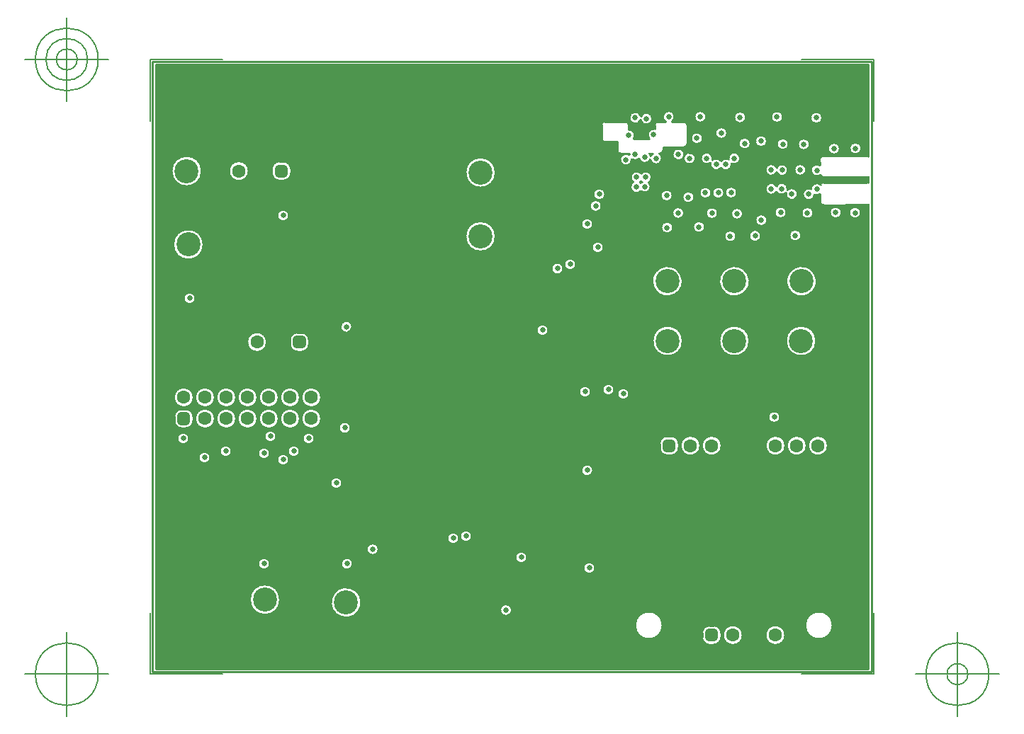
<source format=gbr>
G04 Generated by Ultiboard 14.0 *
%FSLAX24Y24*%
%MOIN*%

%ADD10C,0.0001*%
%ADD11C,0.0100*%
%ADD12C,0.0050*%
%ADD13C,0.1130*%
%ADD14C,0.0260*%
%ADD15C,0.0633*%
%ADD16R,0.0208X0.0208*%
%ADD17C,0.0392*%


G04 ColorRGB CCCCCC for the following layer *
%LNCopper Inner 2*%
%LPD*%
G54D10*
G36*
X59730Y26316D02*
X59730Y26316D01*
X59730Y4451D01*
X26211Y4451D01*
X26211Y32899D01*
X59730Y32899D01*
X59730Y28573D01*
G75*
D01*
G03X59629Y28611I-100J-112*
G01*
X59629Y28611D01*
X57580Y28601D01*
G75*
D01*
G03X57430Y28441I1J-151*
G01*
X57430Y28441D01*
X57445Y28169D01*
G75*
D01*
G03X57474Y27711I-144J-239*
G01*
G74*
D01*
G03X57585Y27603I146J39*
G01*
G75*
D01*
G03X57620Y27599I35J147*
G01*
X57620Y27599D01*
X59650Y27599D01*
G75*
D01*
G03X59697Y27607I-2J151*
G01*
G74*
D01*
G03X59730Y27622I45J143*
G01*
X59730Y27622D01*
X59730Y27344D01*
G74*
D01*
G03X59660Y27361I70J134*
G01*
X59660Y27361D01*
X57610Y27361D01*
G75*
D01*
G03X57469Y27263I0J-151*
G01*
G75*
D01*
G03X57021Y27061I-170J-221*
G01*
G75*
D01*
G03X57199Y26779I-100J-260*
G01*
G75*
D01*
G03X57459Y26810I101J260*
G01*
X57459Y26810D01*
X57459Y26440D01*
G75*
D01*
G03X57610Y26289I151J0*
G01*
X57611Y26289D01*
X57611Y26289D01*
X59661Y26299D01*
G74*
D01*
G03X59730Y26316I1J151*
G01*
D02*
G37*
%LPC*%
G36*
X54256Y5583D02*
G75*
D01*
G03X54256Y5583I97J457*
G01*
D02*
G37*
G36*
X57208Y23047D02*
G75*
D01*
G03X57208Y23047I-627J-343*
G01*
D02*
G37*
G36*
X54256Y24600D02*
G75*
D01*
G03X54256Y24600I144J240*
G01*
D02*
G37*
G36*
X54256Y14505D02*
G75*
D01*
G03X54256Y14505I103J455*
G01*
D02*
G37*
G36*
X35358Y9631D02*
G75*
D01*
G03X35358Y9631I-158J-231*
G01*
D02*
G37*
G36*
X35358Y8266D02*
G75*
D01*
G03X35358Y8266I-198J-687*
G01*
D02*
G37*
G36*
X46306Y13598D02*
G75*
D01*
G03X46306Y13598I194J202*
G01*
D02*
G37*
G36*
X35358Y18706D02*
G75*
D01*
G03X35358Y18706I-88J-266*
G01*
D02*
G37*
G36*
X35358Y20767D02*
G75*
D01*
G03X35358Y20767I-188J-207*
G01*
D02*
G37*
G36*
X35358Y22806D02*
G75*
D01*
G03X35358Y22806I-178J-216*
G01*
D02*
G37*
G36*
X35358Y15909D02*
G75*
D01*
G03X35358Y15909I-258J-109*
G01*
D02*
G37*
G36*
X50900Y23047D02*
G75*
D01*
G03X50900Y23047I-627J-343*
G01*
D02*
G37*
G36*
X54054Y23047D02*
G75*
D01*
G03X54054Y23047I-627J-343*
G01*
D02*
G37*
G36*
X45220Y23047D02*
G75*
D01*
G03X45220Y23047I-120J253*
G01*
D02*
G37*
G36*
X56750Y6500D02*
G75*
D01*
G03X56750Y6500I650J0*
G01*
D02*
G37*
G36*
X54886Y6040D02*
G75*
D01*
G03X54886Y6040I467J0*
G01*
D02*
G37*
G36*
X57000Y30400D02*
G75*
D01*
G03X57000Y30400I280J0*
G01*
D02*
G37*
G36*
X56010Y24860D02*
G75*
D01*
G03X56010Y24860I280J0*
G01*
D02*
G37*
G36*
X54410Y25580D02*
G75*
D01*
G03X54410Y25580I280J0*
G01*
D02*
G37*
G36*
X55320Y25940D02*
G75*
D01*
G03X55320Y25940I280J0*
G01*
D02*
G37*
G36*
X56580Y25920D02*
G75*
D01*
G03X56580Y25920I280J0*
G01*
D02*
G37*
G36*
X57910Y25940D02*
G75*
D01*
G03X57910Y25940I280J0*
G01*
D02*
G37*
G36*
X58820Y25930D02*
G75*
D01*
G03X58820Y25930I280J0*
G01*
D02*
G37*
G36*
X55923Y26999D02*
G75*
D01*
G03X55402Y27190I-271J68*
G01*
G75*
D01*
G03X55408Y26920I-241J-140*
G01*
G75*
D01*
G03X55857Y26871I242J138*
G01*
G75*
D01*
G03X55923Y26999I273J-60*
G01*
D02*
G37*
G36*
X55417Y28061D02*
G75*
D01*
G03X55413Y27829I-256J-112*
G01*
G75*
D01*
G03X55417Y28061I256J112*
G01*
D02*
G37*
G36*
X56240Y27950D02*
G75*
D01*
G03X56240Y27950I280J0*
G01*
D02*
G37*
G36*
X54400Y29300D02*
G75*
D01*
G03X54400Y29300I280J0*
G01*
D02*
G37*
G36*
X55420Y29160D02*
G75*
D01*
G03X55420Y29160I280J0*
G01*
D02*
G37*
G36*
X56410Y29150D02*
G75*
D01*
G03X56410Y29150I280J0*
G01*
D02*
G37*
G36*
X57830Y28950D02*
G75*
D01*
G03X57830Y28950I280J0*
G01*
D02*
G37*
G36*
X58840Y28960D02*
G75*
D01*
G03X58840Y28960I280J0*
G01*
D02*
G37*
G36*
X55150Y30440D02*
G75*
D01*
G03X55150Y30440I280J0*
G01*
D02*
G37*
G36*
X54892Y14960D02*
G75*
D01*
G03X54892Y14960I467J0*
G01*
D02*
G37*
G36*
X55892Y14960D02*
G75*
D01*
G03X55892Y14960I467J0*
G01*
D02*
G37*
G36*
X56892Y14960D02*
G75*
D01*
G03X56892Y14960I467J0*
G01*
D02*
G37*
G36*
X55020Y16310D02*
G75*
D01*
G03X55020Y16310I280J0*
G01*
D02*
G37*
G36*
X55848Y19895D02*
G75*
D01*
G03X55848Y19895I715J0*
G01*
D02*
G37*
G36*
X34420Y13200D02*
G75*
D01*
G03X34420Y13200I280J0*
G01*
D02*
G37*
G36*
X30628Y7709D02*
G75*
D01*
G03X30628Y7709I715J0*
G01*
D02*
G37*
G36*
X31020Y9400D02*
G75*
D01*
G03X31020Y9400I280J0*
G01*
D02*
G37*
G36*
X48750Y6500D02*
G75*
D01*
G03X48750Y6500I650J0*
G01*
D02*
G37*
G36*
X51901Y6144D02*
X51901Y6144D01*
X51901Y5936D01*
G75*
D01*
G03X52249Y5588I348J0*
G01*
X52249Y5588D01*
X52457Y5588D01*
G75*
D01*
G03X52804Y5936I-1J348*
G01*
X52804Y5936D01*
X52804Y6144D01*
G74*
D01*
G03X52457Y6492I347J1*
G01*
X52457Y6492D01*
X52249Y6492D01*
G75*
D01*
G03X51901Y6144I0J-348*
G01*
D02*
G37*
G36*
X52886Y6040D02*
G75*
D01*
G03X52886Y6040I467J0*
G01*
D02*
G37*
G36*
X46320Y9200D02*
G75*
D01*
G03X46320Y9200I280J0*
G01*
D02*
G37*
G36*
X40520Y10700D02*
G75*
D01*
G03X40520Y10700I280J0*
G01*
D02*
G37*
G36*
X42400Y7220D02*
G75*
D01*
G03X42400Y7220I280J0*
G01*
D02*
G37*
G36*
X43120Y9700D02*
G75*
D01*
G03X43120Y9700I280J0*
G01*
D02*
G37*
G36*
X36130Y10080D02*
G75*
D01*
G03X36130Y10080I280J0*
G01*
D02*
G37*
G36*
X39920Y10600D02*
G75*
D01*
G03X39920Y10600I280J0*
G01*
D02*
G37*
G36*
X28220Y14400D02*
G75*
D01*
G03X28220Y14400I280J0*
G01*
D02*
G37*
G36*
X31920Y14300D02*
G75*
D01*
G03X31920Y14300I280J0*
G01*
D02*
G37*
G36*
X29220Y14700D02*
G75*
D01*
G03X29220Y14700I280J0*
G01*
D02*
G37*
G36*
X31020Y14600D02*
G75*
D01*
G03X31020Y14600I280J0*
G01*
D02*
G37*
G36*
X32420Y14700D02*
G75*
D01*
G03X32420Y14700I280J0*
G01*
D02*
G37*
G36*
X27220Y15300D02*
G75*
D01*
G03X27220Y15300I280J0*
G01*
D02*
G37*
G36*
X31320Y15400D02*
G75*
D01*
G03X31320Y15400I280J0*
G01*
D02*
G37*
G36*
X33120Y15300D02*
G75*
D01*
G03X33120Y15300I280J0*
G01*
D02*
G37*
G36*
X27074Y16338D02*
X27074Y16338D01*
X27074Y16130D01*
G75*
D01*
G03X27421Y15783I347J0*
G01*
X27421Y15783D01*
X27629Y15783D01*
G75*
D01*
G03X27977Y16130I1J347*
G01*
X27977Y16130D01*
X27977Y16338D01*
G74*
D01*
G03X27629Y16686I348J0*
G01*
X27629Y16686D01*
X27421Y16686D01*
G75*
D01*
G03X27074Y16338I1J-348*
G01*
D02*
G37*
G36*
X28059Y16234D02*
G75*
D01*
G03X28059Y16234I466J0*
G01*
D02*
G37*
G36*
X29059Y16234D02*
G75*
D01*
G03X29059Y16234I466J0*
G01*
D02*
G37*
G36*
X30059Y16234D02*
G75*
D01*
G03X30059Y16234I466J0*
G01*
D02*
G37*
G36*
X31059Y16234D02*
G75*
D01*
G03X31059Y16234I466J0*
G01*
D02*
G37*
G36*
X32059Y16234D02*
G75*
D01*
G03X32059Y16234I466J0*
G01*
D02*
G37*
G36*
X33059Y16234D02*
G75*
D01*
G03X33059Y16234I466J0*
G01*
D02*
G37*
G36*
X27059Y17234D02*
G75*
D01*
G03X27059Y17234I466J0*
G01*
D02*
G37*
G36*
X28059Y17234D02*
G75*
D01*
G03X28059Y17234I466J0*
G01*
D02*
G37*
G36*
X29059Y17234D02*
G75*
D01*
G03X29059Y17234I466J0*
G01*
D02*
G37*
G36*
X30059Y17234D02*
G75*
D01*
G03X30059Y17234I466J0*
G01*
D02*
G37*
G36*
X31059Y17234D02*
G75*
D01*
G03X31059Y17234I466J0*
G01*
D02*
G37*
G36*
X32059Y17234D02*
G75*
D01*
G03X32059Y17234I466J0*
G01*
D02*
G37*
G36*
X33059Y17234D02*
G75*
D01*
G03X33059Y17234I466J0*
G01*
D02*
G37*
G36*
X30501Y19838D02*
G75*
D01*
G03X30501Y19838I467J0*
G01*
D02*
G37*
G36*
X33420Y19733D02*
X33420Y19733D01*
X33420Y19942D01*
G74*
D01*
G03X33072Y20289I348J1*
G01*
X33072Y20289D01*
X32864Y20289D01*
G75*
D01*
G03X32516Y19942I-1J-347*
G01*
X32516Y19942D01*
X32516Y19733D01*
G75*
D01*
G03X32864Y19386I348J1*
G01*
X32864Y19386D01*
X33072Y19386D01*
G75*
D01*
G03X33420Y19733I1J347*
G01*
D02*
G37*
G36*
X27520Y21900D02*
G75*
D01*
G03X27520Y21900I280J0*
G01*
D02*
G37*
G36*
X32567Y27790D02*
X32567Y27790D01*
X32567Y27998D01*
G74*
D01*
G03X32220Y28345I347J0*
G01*
X32220Y28345D01*
X32012Y28345D01*
G75*
D01*
G03X31664Y27998I-1J-347*
G01*
X31664Y27998D01*
X31664Y27790D01*
G75*
D01*
G03X32012Y27442I348J0*
G01*
X32012Y27442D01*
X32220Y27442D01*
G75*
D01*
G03X32567Y27790I-1J348*
G01*
D02*
G37*
G36*
X27027Y24435D02*
G75*
D01*
G03X27027Y24435I715J0*
G01*
D02*
G37*
G36*
X31920Y25800D02*
G75*
D01*
G03X31920Y25800I280J0*
G01*
D02*
G37*
G36*
X26947Y27891D02*
G75*
D01*
G03X26947Y27891I715J0*
G01*
D02*
G37*
G36*
X29649Y27894D02*
G75*
D01*
G03X29649Y27894I467J0*
G01*
D02*
G37*
G36*
X53410Y30420D02*
G75*
D01*
G03X53410Y30420I280J0*
G01*
D02*
G37*
G36*
X45420Y23500D02*
G75*
D01*
G03X45420Y23500I280J0*
G01*
D02*
G37*
G36*
X46720Y24300D02*
G75*
D01*
G03X46720Y24300I280J0*
G01*
D02*
G37*
G36*
X46220Y25400D02*
G75*
D01*
G03X46220Y25400I280J0*
G01*
D02*
G37*
G36*
X49980Y25230D02*
G75*
D01*
G03X49980Y25230I280J0*
G01*
D02*
G37*
G36*
X51480Y25260D02*
G75*
D01*
G03X51480Y25260I280J0*
G01*
D02*
G37*
G36*
X52950Y24820D02*
G75*
D01*
G03X52950Y24820I280J0*
G01*
D02*
G37*
G36*
X46620Y26250D02*
G75*
D01*
G03X46620Y26250I280J0*
G01*
D02*
G37*
G36*
X50500Y25920D02*
G75*
D01*
G03X50500Y25920I280J0*
G01*
D02*
G37*
G36*
X52090Y25910D02*
G75*
D01*
G03X52090Y25910I280J0*
G01*
D02*
G37*
G36*
X53270Y25880D02*
G75*
D01*
G03X53270Y25880I280J0*
G01*
D02*
G37*
G36*
X46790Y26800D02*
G75*
D01*
G03X46790Y26800I280J0*
G01*
D02*
G37*
G36*
X49960Y26740D02*
G75*
D01*
G03X49960Y26740I280J0*
G01*
D02*
G37*
G36*
X50980Y26660D02*
G75*
D01*
G03X50980Y26660I280J0*
G01*
D02*
G37*
G36*
X51780Y26870D02*
G75*
D01*
G03X51780Y26870I280J0*
G01*
D02*
G37*
G36*
X52390Y26870D02*
G75*
D01*
G03X52390Y26870I280J0*
G01*
D02*
G37*
G36*
X52990Y26880D02*
G75*
D01*
G03X52990Y26880I280J0*
G01*
D02*
G37*
G36*
X49401Y27364D02*
G75*
D01*
G03X49035Y27779I-151J236*
G01*
G75*
D01*
G03X48660Y27370I-209J-185*
G01*
G75*
D01*
G03X49025Y26949I161J-229*
G01*
G75*
D01*
G03X49401Y27364I188J207*
G01*
D02*
G37*
G36*
X49901Y28719D02*
X49901Y28719D01*
X49930Y28719D01*
G75*
D01*
G03X49986Y28730I-1J151*
G01*
G75*
D01*
G03X50081Y28875I-55J140*
G01*
X50081Y28875D01*
X50076Y29021D01*
X51061Y29029D01*
G75*
D01*
G03X51211Y29180I-1J151*
G01*
X51211Y29180D01*
X51211Y30060D01*
G74*
D01*
G03X51060Y30211I151J0*
G01*
X51060Y30211D01*
X50485Y30211D01*
G75*
D01*
G03X50195Y30211I-145J238*
G01*
X50195Y30211D01*
X49820Y30211D01*
G75*
D01*
G03X49669Y30060I0J-151*
G01*
X49669Y30060D01*
X49669Y29877D01*
G75*
D01*
G03X49407Y29431I-41J-276*
G01*
X49407Y29431D01*
X48697Y29431D01*
G75*
D01*
G03X48451Y29860I-235J150*
G01*
X48451Y29860D01*
X48451Y30080D01*
G74*
D01*
G03X48300Y30231I151J0*
G01*
X48300Y30231D01*
X47320Y30231D01*
G75*
D01*
G03X47169Y30080I0J-151*
G01*
X47169Y30080D01*
X47169Y29420D01*
G75*
D01*
G03X47320Y29269I151J0*
G01*
X47320Y29269D01*
X47917Y29269D01*
X47909Y28873D01*
G75*
D01*
G03X47998Y28732I151J-3*
G01*
G75*
D01*
G03X48060Y28719I61J138*
G01*
X48060Y28719D01*
X48473Y28719D01*
G75*
D01*
G03X48470Y28666I276J-42*
G01*
G75*
D01*
G03X48600Y28444I-149J-236*
G01*
G75*
D01*
G03X48940Y28475I150J235*
G01*
G75*
D01*
G03X49465Y28435I270J75*
G01*
G75*
D01*
G03X49901Y28719I274J55*
G01*
D02*
G37*
G36*
X49032Y30468D02*
G75*
D01*
G03X49018Y30292I-272J-67*
G01*
G75*
D01*
G03X49032Y30468I272J67*
G01*
D02*
G37*
G36*
X51058Y28588D02*
G75*
D01*
G03X51052Y28572I-265J90*
G01*
G75*
D01*
G03X51058Y28588I265J-90*
G01*
D02*
G37*
G36*
X53143Y28452D02*
G75*
D01*
G03X52799Y28372I-123J-252*
G01*
G75*
D01*
G03X52393Y28427I-229J-162*
G01*
G75*
D01*
G03X52297Y28273I-273J63*
G01*
G75*
D01*
G03X52791Y28038I273J-63*
G01*
G75*
D01*
G03X53297Y28238I229J162*
G01*
G75*
D01*
G03X53143Y28452I124J251*
G01*
D02*
G37*
G36*
X53630Y29190D02*
G75*
D01*
G03X53630Y29190I280J0*
G01*
D02*
G37*
G36*
X51380Y29440D02*
G75*
D01*
G03X51380Y29440I280J0*
G01*
D02*
G37*
G36*
X52530Y29680D02*
G75*
D01*
G03X52530Y29680I280J0*
G01*
D02*
G37*
G36*
X51540Y30450D02*
G75*
D01*
G03X51540Y30450I280J0*
G01*
D02*
G37*
G36*
X49907Y15064D02*
X49907Y15064D01*
X49907Y14856D01*
G75*
D01*
G03X50255Y14508I348J0*
G01*
X50255Y14508D01*
X50463Y14508D01*
G75*
D01*
G03X50811Y14856I0J348*
G01*
X50811Y14856D01*
X50811Y15064D01*
G74*
D01*
G03X50463Y15412I348J0*
G01*
X50463Y15412D01*
X50255Y15412D01*
G75*
D01*
G03X49907Y15064I0J-348*
G01*
D02*
G37*
G36*
X50892Y14960D02*
G75*
D01*
G03X50892Y14960I467J0*
G01*
D02*
G37*
G36*
X51892Y14960D02*
G75*
D01*
G03X51892Y14960I467J0*
G01*
D02*
G37*
G36*
X46120Y17500D02*
G75*
D01*
G03X46120Y17500I280J0*
G01*
D02*
G37*
G36*
X47220Y17600D02*
G75*
D01*
G03X47220Y17600I280J0*
G01*
D02*
G37*
G36*
X47920Y17400D02*
G75*
D01*
G03X47920Y17400I280J0*
G01*
D02*
G37*
G36*
X49570Y19895D02*
G75*
D01*
G03X49570Y19895I715J0*
G01*
D02*
G37*
G36*
X52709Y19895D02*
G75*
D01*
G03X52709Y19895I715J0*
G01*
D02*
G37*
G36*
X40771Y27825D02*
G75*
D01*
G03X40771Y27825I715J0*
G01*
D02*
G37*
G36*
X40768Y24818D02*
G75*
D01*
G03X40768Y24818I715J0*
G01*
D02*
G37*
G36*
X44120Y20400D02*
G75*
D01*
G03X44120Y20400I280J0*
G01*
D02*
G37*
%LPD*%
G36*
X49579Y28719D02*
X49579Y28719D01*
X49433Y28719D01*
G74*
D01*
G02X49485Y28605I221J170*
G01*
G74*
D01*
G02X49579Y28719I255J114*
G01*
D02*
G37*
G36*
X49069Y27386D02*
G74*
D01*
G02X49035Y27421I183J212*
G01*
G74*
D01*
G02X48980Y27370I215J177*
G01*
G74*
D01*
G02X49015Y27341I161J229*
G01*
G74*
D01*
G02X49069Y27386I205J191*
G01*
D02*
G37*
G54D11*
X49069Y27386D02*
G74*
D01*
G02X49035Y27421I183J212*
G01*
G74*
D01*
G02X48980Y27370I215J177*
G01*
G74*
D01*
G02X49015Y27341I161J229*
G01*
G74*
D01*
G02X49069Y27386I205J191*
G01*
X49579Y28719D02*
X49433Y28719D01*
G74*
D01*
G02X49485Y28605I221J170*
G01*
G74*
D01*
G02X49579Y28719I255J114*
G01*
X54256Y5583D02*
G75*
D01*
G03X54256Y5583I97J457*
G01*
X57208Y23047D02*
G75*
D01*
G03X57208Y23047I-627J-343*
G01*
X54256Y24600D02*
G75*
D01*
G03X54256Y24600I144J240*
G01*
X54256Y14505D02*
G75*
D01*
G03X54256Y14505I103J455*
G01*
X35358Y9631D02*
G75*
D01*
G03X35358Y9631I-158J-231*
G01*
X35358Y8266D02*
G75*
D01*
G03X35358Y8266I-198J-687*
G01*
X46306Y13598D02*
G75*
D01*
G03X46306Y13598I194J202*
G01*
X35358Y18706D02*
G75*
D01*
G03X35358Y18706I-88J-266*
G01*
X35358Y20767D02*
G75*
D01*
G03X35358Y20767I-188J-207*
G01*
X35358Y22806D02*
G75*
D01*
G03X35358Y22806I-178J-216*
G01*
X35358Y15909D02*
G75*
D01*
G03X35358Y15909I-258J-109*
G01*
X50900Y23047D02*
G75*
D01*
G03X50900Y23047I-627J-343*
G01*
X54054Y23047D02*
G75*
D01*
G03X54054Y23047I-627J-343*
G01*
X45220Y23047D02*
G75*
D01*
G03X45220Y23047I-120J253*
G01*
X56750Y6500D02*
G75*
D01*
G03X56750Y6500I650J0*
G01*
X54886Y6040D02*
G75*
D01*
G03X54886Y6040I467J0*
G01*
X57000Y30400D02*
G75*
D01*
G03X57000Y30400I280J0*
G01*
X56010Y24860D02*
G75*
D01*
G03X56010Y24860I280J0*
G01*
X54410Y25580D02*
G75*
D01*
G03X54410Y25580I280J0*
G01*
X55320Y25940D02*
G75*
D01*
G03X55320Y25940I280J0*
G01*
X56580Y25920D02*
G75*
D01*
G03X56580Y25920I280J0*
G01*
X57910Y25940D02*
G75*
D01*
G03X57910Y25940I280J0*
G01*
X58820Y25930D02*
G75*
D01*
G03X58820Y25930I280J0*
G01*
X55923Y26999D02*
G75*
D01*
G03X55402Y27190I-271J68*
G01*
G75*
D01*
G03X55408Y26920I-241J-140*
G01*
G75*
D01*
G03X55857Y26871I242J138*
G01*
G75*
D01*
G03X55923Y26999I273J-60*
G01*
X55417Y28061D02*
G75*
D01*
G03X55413Y27829I-256J-112*
G01*
G75*
D01*
G03X55417Y28061I256J112*
G01*
X56240Y27950D02*
G75*
D01*
G03X56240Y27950I280J0*
G01*
X54400Y29300D02*
G75*
D01*
G03X54400Y29300I280J0*
G01*
X55420Y29160D02*
G75*
D01*
G03X55420Y29160I280J0*
G01*
X56410Y29150D02*
G75*
D01*
G03X56410Y29150I280J0*
G01*
X57830Y28950D02*
G75*
D01*
G03X57830Y28950I280J0*
G01*
X58840Y28960D02*
G75*
D01*
G03X58840Y28960I280J0*
G01*
X55150Y30440D02*
G75*
D01*
G03X55150Y30440I280J0*
G01*
X54892Y14960D02*
G75*
D01*
G03X54892Y14960I467J0*
G01*
X55892Y14960D02*
G75*
D01*
G03X55892Y14960I467J0*
G01*
X56892Y14960D02*
G75*
D01*
G03X56892Y14960I467J0*
G01*
X55020Y16310D02*
G75*
D01*
G03X55020Y16310I280J0*
G01*
X55848Y19895D02*
G75*
D01*
G03X55848Y19895I715J0*
G01*
X34420Y13200D02*
G75*
D01*
G03X34420Y13200I280J0*
G01*
X30628Y7709D02*
G75*
D01*
G03X30628Y7709I715J0*
G01*
X31020Y9400D02*
G75*
D01*
G03X31020Y9400I280J0*
G01*
X48750Y6500D02*
G75*
D01*
G03X48750Y6500I650J0*
G01*
X51901Y6144D02*
X51901Y5936D01*
G75*
D01*
G03X52249Y5588I348J0*
G01*
X52457Y5588D01*
G75*
D01*
G03X52804Y5936I-1J348*
G01*
X52804Y6144D01*
G74*
D01*
G03X52457Y6492I347J1*
G01*
X52249Y6492D01*
G75*
D01*
G03X51901Y6144I0J-348*
G01*
X52886Y6040D02*
G75*
D01*
G03X52886Y6040I467J0*
G01*
X46320Y9200D02*
G75*
D01*
G03X46320Y9200I280J0*
G01*
X40520Y10700D02*
G75*
D01*
G03X40520Y10700I280J0*
G01*
X42400Y7220D02*
G75*
D01*
G03X42400Y7220I280J0*
G01*
X43120Y9700D02*
G75*
D01*
G03X43120Y9700I280J0*
G01*
X36130Y10080D02*
G75*
D01*
G03X36130Y10080I280J0*
G01*
X39920Y10600D02*
G75*
D01*
G03X39920Y10600I280J0*
G01*
X28220Y14400D02*
G75*
D01*
G03X28220Y14400I280J0*
G01*
X31920Y14300D02*
G75*
D01*
G03X31920Y14300I280J0*
G01*
X29220Y14700D02*
G75*
D01*
G03X29220Y14700I280J0*
G01*
X31020Y14600D02*
G75*
D01*
G03X31020Y14600I280J0*
G01*
X32420Y14700D02*
G75*
D01*
G03X32420Y14700I280J0*
G01*
X27220Y15300D02*
G75*
D01*
G03X27220Y15300I280J0*
G01*
X31320Y15400D02*
G75*
D01*
G03X31320Y15400I280J0*
G01*
X33120Y15300D02*
G75*
D01*
G03X33120Y15300I280J0*
G01*
X27074Y16338D02*
X27074Y16130D01*
G75*
D01*
G03X27421Y15783I347J0*
G01*
X27629Y15783D01*
G75*
D01*
G03X27977Y16130I1J347*
G01*
X27977Y16338D01*
G74*
D01*
G03X27629Y16686I348J0*
G01*
X27421Y16686D01*
G75*
D01*
G03X27074Y16338I1J-348*
G01*
X28059Y16234D02*
G75*
D01*
G03X28059Y16234I466J0*
G01*
X29059Y16234D02*
G75*
D01*
G03X29059Y16234I466J0*
G01*
X30059Y16234D02*
G75*
D01*
G03X30059Y16234I466J0*
G01*
X31059Y16234D02*
G75*
D01*
G03X31059Y16234I466J0*
G01*
X32059Y16234D02*
G75*
D01*
G03X32059Y16234I466J0*
G01*
X33059Y16234D02*
G75*
D01*
G03X33059Y16234I466J0*
G01*
X27059Y17234D02*
G75*
D01*
G03X27059Y17234I466J0*
G01*
X28059Y17234D02*
G75*
D01*
G03X28059Y17234I466J0*
G01*
X29059Y17234D02*
G75*
D01*
G03X29059Y17234I466J0*
G01*
X30059Y17234D02*
G75*
D01*
G03X30059Y17234I466J0*
G01*
X31059Y17234D02*
G75*
D01*
G03X31059Y17234I466J0*
G01*
X32059Y17234D02*
G75*
D01*
G03X32059Y17234I466J0*
G01*
X33059Y17234D02*
G75*
D01*
G03X33059Y17234I466J0*
G01*
X30501Y19838D02*
G75*
D01*
G03X30501Y19838I467J0*
G01*
X33420Y19733D02*
X33420Y19942D01*
G74*
D01*
G03X33072Y20289I348J1*
G01*
X32864Y20289D01*
G75*
D01*
G03X32516Y19942I-1J-347*
G01*
X32516Y19733D01*
G75*
D01*
G03X32864Y19386I348J1*
G01*
X33072Y19386D01*
G75*
D01*
G03X33420Y19733I1J347*
G01*
X27520Y21900D02*
G75*
D01*
G03X27520Y21900I280J0*
G01*
X32567Y27790D02*
X32567Y27998D01*
G74*
D01*
G03X32220Y28345I347J0*
G01*
X32012Y28345D01*
G75*
D01*
G03X31664Y27998I-1J-347*
G01*
X31664Y27790D01*
G75*
D01*
G03X32012Y27442I348J0*
G01*
X32220Y27442D01*
G75*
D01*
G03X32567Y27790I-1J348*
G01*
X27027Y24435D02*
G75*
D01*
G03X27027Y24435I715J0*
G01*
X31920Y25800D02*
G75*
D01*
G03X31920Y25800I280J0*
G01*
X26947Y27891D02*
G75*
D01*
G03X26947Y27891I715J0*
G01*
X29649Y27894D02*
G75*
D01*
G03X29649Y27894I467J0*
G01*
X53410Y30420D02*
G75*
D01*
G03X53410Y30420I280J0*
G01*
X45420Y23500D02*
G75*
D01*
G03X45420Y23500I280J0*
G01*
X46720Y24300D02*
G75*
D01*
G03X46720Y24300I280J0*
G01*
X46220Y25400D02*
G75*
D01*
G03X46220Y25400I280J0*
G01*
X49980Y25230D02*
G75*
D01*
G03X49980Y25230I280J0*
G01*
X51480Y25260D02*
G75*
D01*
G03X51480Y25260I280J0*
G01*
X52950Y24820D02*
G75*
D01*
G03X52950Y24820I280J0*
G01*
X46620Y26250D02*
G75*
D01*
G03X46620Y26250I280J0*
G01*
X50500Y25920D02*
G75*
D01*
G03X50500Y25920I280J0*
G01*
X52090Y25910D02*
G75*
D01*
G03X52090Y25910I280J0*
G01*
X53270Y25880D02*
G75*
D01*
G03X53270Y25880I280J0*
G01*
X46790Y26800D02*
G75*
D01*
G03X46790Y26800I280J0*
G01*
X49960Y26740D02*
G75*
D01*
G03X49960Y26740I280J0*
G01*
X50980Y26660D02*
G75*
D01*
G03X50980Y26660I280J0*
G01*
X51780Y26870D02*
G75*
D01*
G03X51780Y26870I280J0*
G01*
X52390Y26870D02*
G75*
D01*
G03X52390Y26870I280J0*
G01*
X52990Y26880D02*
G75*
D01*
G03X52990Y26880I280J0*
G01*
X49401Y27364D02*
G75*
D01*
G03X49035Y27779I-151J236*
G01*
G75*
D01*
G03X48660Y27370I-209J-185*
G01*
G75*
D01*
G03X49025Y26949I161J-229*
G01*
G75*
D01*
G03X49401Y27364I188J207*
G01*
X49901Y28719D02*
X49930Y28719D01*
G75*
D01*
G03X49986Y28730I-1J151*
G01*
G75*
D01*
G03X50081Y28875I-55J140*
G01*
X50076Y29021D01*
X51061Y29029D01*
G75*
D01*
G03X51211Y29180I-1J151*
G01*
X51211Y30060D01*
G74*
D01*
G03X51060Y30211I151J0*
G01*
X50485Y30211D01*
G75*
D01*
G03X50195Y30211I-145J238*
G01*
X49820Y30211D01*
G75*
D01*
G03X49669Y30060I0J-151*
G01*
X49669Y29877D01*
G75*
D01*
G03X49407Y29431I-41J-276*
G01*
X48697Y29431D01*
G75*
D01*
G03X48451Y29860I-235J150*
G01*
X48451Y30080D01*
G74*
D01*
G03X48300Y30231I151J0*
G01*
X47320Y30231D01*
G75*
D01*
G03X47169Y30080I0J-151*
G01*
X47169Y29420D01*
G75*
D01*
G03X47320Y29269I151J0*
G01*
X47917Y29269D01*
X47909Y28873D01*
G75*
D01*
G03X47998Y28732I151J-3*
G01*
G75*
D01*
G03X48060Y28719I61J138*
G01*
X48473Y28719D01*
G75*
D01*
G03X48470Y28666I276J-42*
G01*
G75*
D01*
G03X48600Y28444I-149J-236*
G01*
G75*
D01*
G03X48940Y28475I150J235*
G01*
G75*
D01*
G03X49465Y28435I270J75*
G01*
G75*
D01*
G03X49901Y28719I274J55*
G01*
X49032Y30468D02*
G75*
D01*
G03X49018Y30292I-272J-67*
G01*
G75*
D01*
G03X49032Y30468I272J67*
G01*
X51058Y28588D02*
G75*
D01*
G03X51052Y28572I-265J90*
G01*
G75*
D01*
G03X51058Y28588I265J-90*
G01*
X53143Y28452D02*
G75*
D01*
G03X52799Y28372I-123J-252*
G01*
G75*
D01*
G03X52393Y28427I-229J-162*
G01*
G75*
D01*
G03X52297Y28273I-273J63*
G01*
G75*
D01*
G03X52791Y28038I273J-63*
G01*
G75*
D01*
G03X53297Y28238I229J162*
G01*
G75*
D01*
G03X53143Y28452I124J251*
G01*
X53630Y29190D02*
G75*
D01*
G03X53630Y29190I280J0*
G01*
X51380Y29440D02*
G75*
D01*
G03X51380Y29440I280J0*
G01*
X52530Y29680D02*
G75*
D01*
G03X52530Y29680I280J0*
G01*
X51540Y30450D02*
G75*
D01*
G03X51540Y30450I280J0*
G01*
X49907Y15064D02*
X49907Y14856D01*
G75*
D01*
G03X50255Y14508I348J0*
G01*
X50463Y14508D01*
G75*
D01*
G03X50811Y14856I0J348*
G01*
X50811Y15064D01*
G74*
D01*
G03X50463Y15412I348J0*
G01*
X50255Y15412D01*
G75*
D01*
G03X49907Y15064I0J-348*
G01*
X50892Y14960D02*
G75*
D01*
G03X50892Y14960I467J0*
G01*
X51892Y14960D02*
G75*
D01*
G03X51892Y14960I467J0*
G01*
X46120Y17500D02*
G75*
D01*
G03X46120Y17500I280J0*
G01*
X47220Y17600D02*
G75*
D01*
G03X47220Y17600I280J0*
G01*
X47920Y17400D02*
G75*
D01*
G03X47920Y17400I280J0*
G01*
X49570Y19895D02*
G75*
D01*
G03X49570Y19895I715J0*
G01*
X52709Y19895D02*
G75*
D01*
G03X52709Y19895I715J0*
G01*
X40771Y27825D02*
G75*
D01*
G03X40771Y27825I715J0*
G01*
X40768Y24818D02*
G75*
D01*
G03X40768Y24818I715J0*
G01*
X44120Y20400D02*
G75*
D01*
G03X44120Y20400I280J0*
G01*
X59730Y26316D02*
X59730Y4451D01*
X26211Y4451D01*
X26211Y32899D01*
X59730Y32899D01*
X59730Y28573D01*
G75*
D01*
G03X59629Y28611I-100J-112*
G01*
X57580Y28601D01*
G75*
D01*
G03X57430Y28441I1J-151*
G01*
X57445Y28169D01*
G75*
D01*
G03X57474Y27711I-144J-239*
G01*
G74*
D01*
G03X57585Y27603I146J39*
G01*
G75*
D01*
G03X57620Y27599I35J147*
G01*
X59650Y27599D01*
G75*
D01*
G03X59697Y27607I-2J151*
G01*
G74*
D01*
G03X59730Y27622I45J143*
G01*
X59730Y27344D01*
G74*
D01*
G03X59660Y27361I70J134*
G01*
X57610Y27361D01*
G75*
D01*
G03X57469Y27263I0J-151*
G01*
G75*
D01*
G03X57021Y27061I-170J-221*
G01*
G75*
D01*
G03X57199Y26779I-100J-260*
G01*
G75*
D01*
G03X57459Y26810I101J260*
G01*
X57459Y26440D01*
G75*
D01*
G03X57610Y26289I151J0*
G01*
X57611Y26289D01*
X59661Y26299D01*
G74*
D01*
G03X59730Y26316I1J151*
G01*
X26060Y4300D02*
X59880Y4300D01*
X59880Y33050D01*
X26060Y33050D01*
X26060Y4300D01*
G54D12*
X25960Y4200D02*
X25960Y7095D01*
X25960Y4200D02*
X29362Y4200D01*
X59980Y4200D02*
X56578Y4200D01*
X59980Y4200D02*
X59980Y7095D01*
X59980Y33150D02*
X59980Y30255D01*
X59980Y33150D02*
X56578Y33150D01*
X25960Y33150D02*
X29362Y33150D01*
X25960Y33150D02*
X25960Y30255D01*
X23991Y4200D02*
X20054Y4200D01*
X22023Y2231D02*
X22023Y6169D01*
X20547Y4200D02*
G75*
D01*
G02X20547Y4200I1476J0*
G01*
X61949Y4200D02*
X65886Y4200D01*
X63917Y2231D02*
X63917Y6169D01*
X62441Y4200D02*
G75*
D01*
G02X62441Y4200I1476J0*
G01*
X63425Y4200D02*
G75*
D01*
G02X63425Y4200I492J0*
G01*
X23991Y33150D02*
X20054Y33150D01*
X22023Y31181D02*
X22023Y35119D01*
X20547Y33150D02*
G75*
D01*
G02X20547Y33150I1476J0*
G01*
X21039Y33150D02*
G75*
D01*
G02X21039Y33150I984J0*
G01*
X21531Y33150D02*
G75*
D01*
G02X21531Y33150I492J0*
G01*
X25960Y4200D02*
X25960Y7095D01*
X25960Y4200D02*
X29362Y4200D01*
X59980Y4200D02*
X56578Y4200D01*
X59980Y4200D02*
X59980Y7095D01*
X59980Y33150D02*
X59980Y30255D01*
X59980Y33150D02*
X56578Y33150D01*
X25960Y33150D02*
X29362Y33150D01*
X25960Y33150D02*
X25960Y30255D01*
X23991Y4200D02*
X20054Y4200D01*
X22023Y2231D02*
X22023Y6169D01*
X20547Y4200D02*
G75*
D01*
G02X20547Y4200I1476J0*
G01*
X61949Y4200D02*
X65886Y4200D01*
X63917Y2231D02*
X63917Y6169D01*
X62441Y4200D02*
G75*
D01*
G02X62441Y4200I1476J0*
G01*
X63425Y4200D02*
G75*
D01*
G02X63425Y4200I492J0*
G01*
X23991Y33150D02*
X20054Y33150D01*
X22023Y31181D02*
X22023Y35119D01*
X20547Y33150D02*
G75*
D01*
G02X20547Y33150I1476J0*
G01*
X21039Y33150D02*
G75*
D01*
G02X21039Y33150I984J0*
G01*
X21531Y33150D02*
G75*
D01*
G02X21531Y33150I492J0*
G01*
G54D13*
X27742Y24435D03*
X27905Y7609D03*
X31343Y7709D03*
X35160Y7579D03*
X53424Y19895D03*
X56563Y19895D03*
X50285Y19895D03*
X50273Y22704D03*
X56581Y22704D03*
X41483Y24818D03*
X27662Y27891D03*
X41486Y27825D03*
X53427Y22704D03*
G54D14*
X27800Y21900D03*
X32200Y25800D03*
X31100Y26500D03*
X32000Y21500D03*
X35100Y15800D03*
X31600Y15400D03*
X32700Y14700D03*
X31300Y14600D03*
X29500Y14700D03*
X28500Y14400D03*
X34700Y13200D03*
X32200Y14300D03*
X27900Y9300D03*
X44400Y20400D03*
X43600Y20400D03*
X46500Y25400D03*
X46500Y13800D03*
X45100Y23300D03*
X45700Y23500D03*
X47000Y24300D03*
X46400Y17500D03*
X47500Y17600D03*
X31300Y9400D03*
X35200Y9400D03*
X37400Y9400D03*
X46600Y9200D03*
X48200Y17400D03*
X27500Y15300D03*
X33400Y15300D03*
X53400Y16300D03*
X40200Y10600D03*
X43400Y9700D03*
X40800Y10700D03*
X55300Y16310D03*
X42680Y7220D03*
X47070Y26800D03*
X50240Y26740D03*
X51260Y26660D03*
X56130Y26810D03*
X51320Y28490D03*
X52120Y28490D03*
X53420Y28490D03*
X50790Y28670D03*
X54680Y29300D03*
X54690Y25580D03*
X48760Y30400D03*
X48460Y29580D03*
X49290Y30360D03*
X49210Y28550D03*
X49740Y28490D03*
X49630Y29600D03*
X48320Y28430D03*
X48750Y28680D03*
X58190Y25940D03*
X59100Y25930D03*
X58110Y28950D03*
X59120Y28960D03*
X53020Y28200D03*
X52570Y28210D03*
X52670Y26870D03*
X53270Y26880D03*
X52060Y26870D03*
X57300Y27040D03*
X57300Y27930D03*
X56520Y27950D03*
X55670Y27940D03*
X55650Y27060D03*
X55160Y27950D03*
X55160Y27050D03*
X56690Y29150D03*
X55700Y29160D03*
X57280Y30400D03*
X55430Y30440D03*
X53690Y30420D03*
X50340Y30450D03*
X51660Y29440D03*
X52810Y29680D03*
X50780Y25920D03*
X52370Y25910D03*
X53550Y25880D03*
X55600Y25940D03*
X56860Y25920D03*
X56290Y24860D03*
X54400Y24840D03*
X50260Y25230D03*
X46940Y27180D03*
X51820Y30450D03*
X35270Y18440D03*
X56920Y26800D03*
X53910Y29190D03*
X51760Y25260D03*
X53230Y24820D03*
X46900Y26250D03*
X49250Y27600D03*
X49220Y27150D03*
X48820Y27140D03*
X48820Y27600D03*
X43790Y9060D03*
X50000Y28240D03*
X36410Y10080D03*
X35170Y20560D03*
X35180Y22590D03*
G54D15*
X57359Y14960D03*
X52359Y14960D03*
X51359Y14960D03*
X53359Y14960D03*
X55359Y14960D03*
X54359Y14960D03*
X56359Y14960D03*
X31525Y17234D03*
X33525Y17234D03*
X33525Y16234D03*
X32525Y17234D03*
X28525Y17234D03*
X28525Y16234D03*
X27525Y17234D03*
X31525Y16234D03*
X30525Y17234D03*
X30525Y16234D03*
X29525Y17234D03*
X29525Y16234D03*
X32525Y16234D03*
X31968Y19838D03*
X30968Y19838D03*
X31116Y27894D03*
X30116Y27894D03*
X54353Y6040D03*
X53353Y6040D03*
X55353Y6040D03*
G54D16*
X50359Y14960D03*
X27525Y16234D03*
X32968Y19838D03*
X32116Y27894D03*
X52353Y6040D03*
G54D17*
X50255Y14856D02*
X50463Y14856D01*
X50463Y15064D01*
X50255Y15064D01*
X50255Y14856D01*D02*
X27421Y16130D02*
X27629Y16130D01*
X27629Y16338D01*
X27421Y16338D01*
X27421Y16130D01*D02*
X32864Y19734D02*
X33072Y19734D01*
X33072Y19942D01*
X32864Y19942D01*
X32864Y19734D01*D02*
X32012Y27790D02*
X32220Y27790D01*
X32220Y27998D01*
X32012Y27998D01*
X32012Y27790D01*D02*
X52249Y5936D02*
X52457Y5936D01*
X52457Y6144D01*
X52249Y6144D01*
X52249Y5936D01*D02*

M02*

</source>
